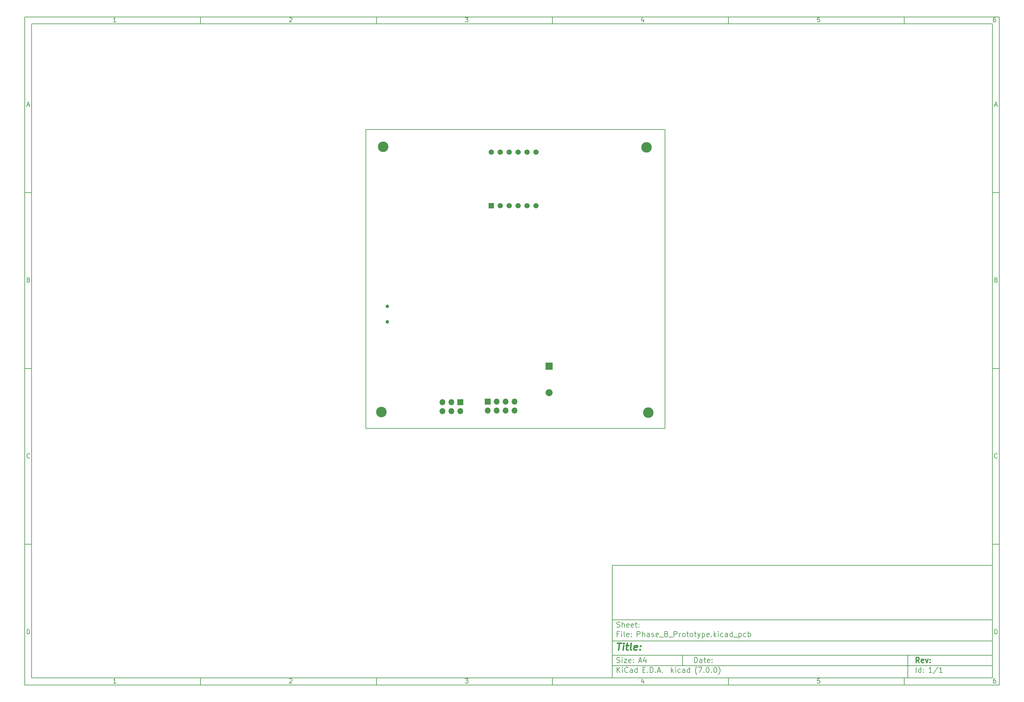
<source format=gbr>
%TF.GenerationSoftware,KiCad,Pcbnew,(7.0.0)*%
%TF.CreationDate,2023-04-24T03:13:22-06:00*%
%TF.ProjectId,Phase_B_Prototype,50686173-655f-4425-9f50-726f746f7479,rev?*%
%TF.SameCoordinates,Original*%
%TF.FileFunction,Soldermask,Bot*%
%TF.FilePolarity,Negative*%
%FSLAX46Y46*%
G04 Gerber Fmt 4.6, Leading zero omitted, Abs format (unit mm)*
G04 Created by KiCad (PCBNEW (7.0.0)) date 2023-04-24 03:13:22*
%MOMM*%
%LPD*%
G01*
G04 APERTURE LIST*
%ADD10C,0.100000*%
%ADD11C,0.150000*%
%ADD12C,0.300000*%
%ADD13C,0.400000*%
%ADD14R,1.700000X1.700000*%
%ADD15O,1.700000X1.700000*%
%ADD16R,2.000000X2.000000*%
%ADD17C,2.000000*%
%ADD18C,1.000000*%
%ADD19C,3.000000*%
%ADD20R,1.500000X1.500000*%
%ADD21C,1.500000*%
%TA.AperFunction,Profile*%
%ADD22C,0.150000*%
%TD*%
G04 APERTURE END LIST*
D10*
D11*
X177002200Y-166007200D02*
X285002200Y-166007200D01*
X285002200Y-198007200D01*
X177002200Y-198007200D01*
X177002200Y-166007200D01*
D10*
D11*
X10000000Y-10000000D02*
X287002200Y-10000000D01*
X287002200Y-200007200D01*
X10000000Y-200007200D01*
X10000000Y-10000000D01*
D10*
D11*
X12000000Y-12000000D02*
X285002200Y-12000000D01*
X285002200Y-198007200D01*
X12000000Y-198007200D01*
X12000000Y-12000000D01*
D10*
D11*
X60000000Y-12000000D02*
X60000000Y-10000000D01*
D10*
D11*
X110000000Y-12000000D02*
X110000000Y-10000000D01*
D10*
D11*
X160000000Y-12000000D02*
X160000000Y-10000000D01*
D10*
D11*
X210000000Y-12000000D02*
X210000000Y-10000000D01*
D10*
D11*
X260000000Y-12000000D02*
X260000000Y-10000000D01*
D10*
D11*
X35990476Y-11477595D02*
X35247619Y-11477595D01*
X35619047Y-11477595D02*
X35619047Y-10177595D01*
X35619047Y-10177595D02*
X35495238Y-10363309D01*
X35495238Y-10363309D02*
X35371428Y-10487119D01*
X35371428Y-10487119D02*
X35247619Y-10549023D01*
D10*
D11*
X85247619Y-10301404D02*
X85309523Y-10239500D01*
X85309523Y-10239500D02*
X85433333Y-10177595D01*
X85433333Y-10177595D02*
X85742857Y-10177595D01*
X85742857Y-10177595D02*
X85866666Y-10239500D01*
X85866666Y-10239500D02*
X85928571Y-10301404D01*
X85928571Y-10301404D02*
X85990476Y-10425214D01*
X85990476Y-10425214D02*
X85990476Y-10549023D01*
X85990476Y-10549023D02*
X85928571Y-10734738D01*
X85928571Y-10734738D02*
X85185714Y-11477595D01*
X85185714Y-11477595D02*
X85990476Y-11477595D01*
D10*
D11*
X135185714Y-10177595D02*
X135990476Y-10177595D01*
X135990476Y-10177595D02*
X135557142Y-10672833D01*
X135557142Y-10672833D02*
X135742857Y-10672833D01*
X135742857Y-10672833D02*
X135866666Y-10734738D01*
X135866666Y-10734738D02*
X135928571Y-10796642D01*
X135928571Y-10796642D02*
X135990476Y-10920452D01*
X135990476Y-10920452D02*
X135990476Y-11229976D01*
X135990476Y-11229976D02*
X135928571Y-11353785D01*
X135928571Y-11353785D02*
X135866666Y-11415690D01*
X135866666Y-11415690D02*
X135742857Y-11477595D01*
X135742857Y-11477595D02*
X135371428Y-11477595D01*
X135371428Y-11477595D02*
X135247619Y-11415690D01*
X135247619Y-11415690D02*
X135185714Y-11353785D01*
D10*
D11*
X185866666Y-10610928D02*
X185866666Y-11477595D01*
X185557142Y-10115690D02*
X185247619Y-11044261D01*
X185247619Y-11044261D02*
X186052380Y-11044261D01*
D10*
D11*
X235928571Y-10177595D02*
X235309523Y-10177595D01*
X235309523Y-10177595D02*
X235247619Y-10796642D01*
X235247619Y-10796642D02*
X235309523Y-10734738D01*
X235309523Y-10734738D02*
X235433333Y-10672833D01*
X235433333Y-10672833D02*
X235742857Y-10672833D01*
X235742857Y-10672833D02*
X235866666Y-10734738D01*
X235866666Y-10734738D02*
X235928571Y-10796642D01*
X235928571Y-10796642D02*
X235990476Y-10920452D01*
X235990476Y-10920452D02*
X235990476Y-11229976D01*
X235990476Y-11229976D02*
X235928571Y-11353785D01*
X235928571Y-11353785D02*
X235866666Y-11415690D01*
X235866666Y-11415690D02*
X235742857Y-11477595D01*
X235742857Y-11477595D02*
X235433333Y-11477595D01*
X235433333Y-11477595D02*
X235309523Y-11415690D01*
X235309523Y-11415690D02*
X235247619Y-11353785D01*
D10*
D11*
X285866666Y-10177595D02*
X285619047Y-10177595D01*
X285619047Y-10177595D02*
X285495238Y-10239500D01*
X285495238Y-10239500D02*
X285433333Y-10301404D01*
X285433333Y-10301404D02*
X285309523Y-10487119D01*
X285309523Y-10487119D02*
X285247619Y-10734738D01*
X285247619Y-10734738D02*
X285247619Y-11229976D01*
X285247619Y-11229976D02*
X285309523Y-11353785D01*
X285309523Y-11353785D02*
X285371428Y-11415690D01*
X285371428Y-11415690D02*
X285495238Y-11477595D01*
X285495238Y-11477595D02*
X285742857Y-11477595D01*
X285742857Y-11477595D02*
X285866666Y-11415690D01*
X285866666Y-11415690D02*
X285928571Y-11353785D01*
X285928571Y-11353785D02*
X285990476Y-11229976D01*
X285990476Y-11229976D02*
X285990476Y-10920452D01*
X285990476Y-10920452D02*
X285928571Y-10796642D01*
X285928571Y-10796642D02*
X285866666Y-10734738D01*
X285866666Y-10734738D02*
X285742857Y-10672833D01*
X285742857Y-10672833D02*
X285495238Y-10672833D01*
X285495238Y-10672833D02*
X285371428Y-10734738D01*
X285371428Y-10734738D02*
X285309523Y-10796642D01*
X285309523Y-10796642D02*
X285247619Y-10920452D01*
D10*
D11*
X60000000Y-198007200D02*
X60000000Y-200007200D01*
D10*
D11*
X110000000Y-198007200D02*
X110000000Y-200007200D01*
D10*
D11*
X160000000Y-198007200D02*
X160000000Y-200007200D01*
D10*
D11*
X210000000Y-198007200D02*
X210000000Y-200007200D01*
D10*
D11*
X260000000Y-198007200D02*
X260000000Y-200007200D01*
D10*
D11*
X35990476Y-199484795D02*
X35247619Y-199484795D01*
X35619047Y-199484795D02*
X35619047Y-198184795D01*
X35619047Y-198184795D02*
X35495238Y-198370509D01*
X35495238Y-198370509D02*
X35371428Y-198494319D01*
X35371428Y-198494319D02*
X35247619Y-198556223D01*
D10*
D11*
X85247619Y-198308604D02*
X85309523Y-198246700D01*
X85309523Y-198246700D02*
X85433333Y-198184795D01*
X85433333Y-198184795D02*
X85742857Y-198184795D01*
X85742857Y-198184795D02*
X85866666Y-198246700D01*
X85866666Y-198246700D02*
X85928571Y-198308604D01*
X85928571Y-198308604D02*
X85990476Y-198432414D01*
X85990476Y-198432414D02*
X85990476Y-198556223D01*
X85990476Y-198556223D02*
X85928571Y-198741938D01*
X85928571Y-198741938D02*
X85185714Y-199484795D01*
X85185714Y-199484795D02*
X85990476Y-199484795D01*
D10*
D11*
X135185714Y-198184795D02*
X135990476Y-198184795D01*
X135990476Y-198184795D02*
X135557142Y-198680033D01*
X135557142Y-198680033D02*
X135742857Y-198680033D01*
X135742857Y-198680033D02*
X135866666Y-198741938D01*
X135866666Y-198741938D02*
X135928571Y-198803842D01*
X135928571Y-198803842D02*
X135990476Y-198927652D01*
X135990476Y-198927652D02*
X135990476Y-199237176D01*
X135990476Y-199237176D02*
X135928571Y-199360985D01*
X135928571Y-199360985D02*
X135866666Y-199422890D01*
X135866666Y-199422890D02*
X135742857Y-199484795D01*
X135742857Y-199484795D02*
X135371428Y-199484795D01*
X135371428Y-199484795D02*
X135247619Y-199422890D01*
X135247619Y-199422890D02*
X135185714Y-199360985D01*
D10*
D11*
X185866666Y-198618128D02*
X185866666Y-199484795D01*
X185557142Y-198122890D02*
X185247619Y-199051461D01*
X185247619Y-199051461D02*
X186052380Y-199051461D01*
D10*
D11*
X235928571Y-198184795D02*
X235309523Y-198184795D01*
X235309523Y-198184795D02*
X235247619Y-198803842D01*
X235247619Y-198803842D02*
X235309523Y-198741938D01*
X235309523Y-198741938D02*
X235433333Y-198680033D01*
X235433333Y-198680033D02*
X235742857Y-198680033D01*
X235742857Y-198680033D02*
X235866666Y-198741938D01*
X235866666Y-198741938D02*
X235928571Y-198803842D01*
X235928571Y-198803842D02*
X235990476Y-198927652D01*
X235990476Y-198927652D02*
X235990476Y-199237176D01*
X235990476Y-199237176D02*
X235928571Y-199360985D01*
X235928571Y-199360985D02*
X235866666Y-199422890D01*
X235866666Y-199422890D02*
X235742857Y-199484795D01*
X235742857Y-199484795D02*
X235433333Y-199484795D01*
X235433333Y-199484795D02*
X235309523Y-199422890D01*
X235309523Y-199422890D02*
X235247619Y-199360985D01*
D10*
D11*
X285866666Y-198184795D02*
X285619047Y-198184795D01*
X285619047Y-198184795D02*
X285495238Y-198246700D01*
X285495238Y-198246700D02*
X285433333Y-198308604D01*
X285433333Y-198308604D02*
X285309523Y-198494319D01*
X285309523Y-198494319D02*
X285247619Y-198741938D01*
X285247619Y-198741938D02*
X285247619Y-199237176D01*
X285247619Y-199237176D02*
X285309523Y-199360985D01*
X285309523Y-199360985D02*
X285371428Y-199422890D01*
X285371428Y-199422890D02*
X285495238Y-199484795D01*
X285495238Y-199484795D02*
X285742857Y-199484795D01*
X285742857Y-199484795D02*
X285866666Y-199422890D01*
X285866666Y-199422890D02*
X285928571Y-199360985D01*
X285928571Y-199360985D02*
X285990476Y-199237176D01*
X285990476Y-199237176D02*
X285990476Y-198927652D01*
X285990476Y-198927652D02*
X285928571Y-198803842D01*
X285928571Y-198803842D02*
X285866666Y-198741938D01*
X285866666Y-198741938D02*
X285742857Y-198680033D01*
X285742857Y-198680033D02*
X285495238Y-198680033D01*
X285495238Y-198680033D02*
X285371428Y-198741938D01*
X285371428Y-198741938D02*
X285309523Y-198803842D01*
X285309523Y-198803842D02*
X285247619Y-198927652D01*
D10*
D11*
X10000000Y-60000000D02*
X12000000Y-60000000D01*
D10*
D11*
X10000000Y-110000000D02*
X12000000Y-110000000D01*
D10*
D11*
X10000000Y-160000000D02*
X12000000Y-160000000D01*
D10*
D11*
X10690476Y-35106166D02*
X11309523Y-35106166D01*
X10566666Y-35477595D02*
X10999999Y-34177595D01*
X10999999Y-34177595D02*
X11433333Y-35477595D01*
D10*
D11*
X11092857Y-84796642D02*
X11278571Y-84858547D01*
X11278571Y-84858547D02*
X11340476Y-84920452D01*
X11340476Y-84920452D02*
X11402380Y-85044261D01*
X11402380Y-85044261D02*
X11402380Y-85229976D01*
X11402380Y-85229976D02*
X11340476Y-85353785D01*
X11340476Y-85353785D02*
X11278571Y-85415690D01*
X11278571Y-85415690D02*
X11154761Y-85477595D01*
X11154761Y-85477595D02*
X10659523Y-85477595D01*
X10659523Y-85477595D02*
X10659523Y-84177595D01*
X10659523Y-84177595D02*
X11092857Y-84177595D01*
X11092857Y-84177595D02*
X11216666Y-84239500D01*
X11216666Y-84239500D02*
X11278571Y-84301404D01*
X11278571Y-84301404D02*
X11340476Y-84425214D01*
X11340476Y-84425214D02*
X11340476Y-84549023D01*
X11340476Y-84549023D02*
X11278571Y-84672833D01*
X11278571Y-84672833D02*
X11216666Y-84734738D01*
X11216666Y-84734738D02*
X11092857Y-84796642D01*
X11092857Y-84796642D02*
X10659523Y-84796642D01*
D10*
D11*
X11402380Y-135353785D02*
X11340476Y-135415690D01*
X11340476Y-135415690D02*
X11154761Y-135477595D01*
X11154761Y-135477595D02*
X11030952Y-135477595D01*
X11030952Y-135477595D02*
X10845238Y-135415690D01*
X10845238Y-135415690D02*
X10721428Y-135291880D01*
X10721428Y-135291880D02*
X10659523Y-135168071D01*
X10659523Y-135168071D02*
X10597619Y-134920452D01*
X10597619Y-134920452D02*
X10597619Y-134734738D01*
X10597619Y-134734738D02*
X10659523Y-134487119D01*
X10659523Y-134487119D02*
X10721428Y-134363309D01*
X10721428Y-134363309D02*
X10845238Y-134239500D01*
X10845238Y-134239500D02*
X11030952Y-134177595D01*
X11030952Y-134177595D02*
X11154761Y-134177595D01*
X11154761Y-134177595D02*
X11340476Y-134239500D01*
X11340476Y-134239500D02*
X11402380Y-134301404D01*
D10*
D11*
X10659523Y-185477595D02*
X10659523Y-184177595D01*
X10659523Y-184177595D02*
X10969047Y-184177595D01*
X10969047Y-184177595D02*
X11154761Y-184239500D01*
X11154761Y-184239500D02*
X11278571Y-184363309D01*
X11278571Y-184363309D02*
X11340476Y-184487119D01*
X11340476Y-184487119D02*
X11402380Y-184734738D01*
X11402380Y-184734738D02*
X11402380Y-184920452D01*
X11402380Y-184920452D02*
X11340476Y-185168071D01*
X11340476Y-185168071D02*
X11278571Y-185291880D01*
X11278571Y-185291880D02*
X11154761Y-185415690D01*
X11154761Y-185415690D02*
X10969047Y-185477595D01*
X10969047Y-185477595D02*
X10659523Y-185477595D01*
D10*
D11*
X287002200Y-60000000D02*
X285002200Y-60000000D01*
D10*
D11*
X287002200Y-110000000D02*
X285002200Y-110000000D01*
D10*
D11*
X287002200Y-160000000D02*
X285002200Y-160000000D01*
D10*
D11*
X285692676Y-35106166D02*
X286311723Y-35106166D01*
X285568866Y-35477595D02*
X286002199Y-34177595D01*
X286002199Y-34177595D02*
X286435533Y-35477595D01*
D10*
D11*
X286095057Y-84796642D02*
X286280771Y-84858547D01*
X286280771Y-84858547D02*
X286342676Y-84920452D01*
X286342676Y-84920452D02*
X286404580Y-85044261D01*
X286404580Y-85044261D02*
X286404580Y-85229976D01*
X286404580Y-85229976D02*
X286342676Y-85353785D01*
X286342676Y-85353785D02*
X286280771Y-85415690D01*
X286280771Y-85415690D02*
X286156961Y-85477595D01*
X286156961Y-85477595D02*
X285661723Y-85477595D01*
X285661723Y-85477595D02*
X285661723Y-84177595D01*
X285661723Y-84177595D02*
X286095057Y-84177595D01*
X286095057Y-84177595D02*
X286218866Y-84239500D01*
X286218866Y-84239500D02*
X286280771Y-84301404D01*
X286280771Y-84301404D02*
X286342676Y-84425214D01*
X286342676Y-84425214D02*
X286342676Y-84549023D01*
X286342676Y-84549023D02*
X286280771Y-84672833D01*
X286280771Y-84672833D02*
X286218866Y-84734738D01*
X286218866Y-84734738D02*
X286095057Y-84796642D01*
X286095057Y-84796642D02*
X285661723Y-84796642D01*
D10*
D11*
X286404580Y-135353785D02*
X286342676Y-135415690D01*
X286342676Y-135415690D02*
X286156961Y-135477595D01*
X286156961Y-135477595D02*
X286033152Y-135477595D01*
X286033152Y-135477595D02*
X285847438Y-135415690D01*
X285847438Y-135415690D02*
X285723628Y-135291880D01*
X285723628Y-135291880D02*
X285661723Y-135168071D01*
X285661723Y-135168071D02*
X285599819Y-134920452D01*
X285599819Y-134920452D02*
X285599819Y-134734738D01*
X285599819Y-134734738D02*
X285661723Y-134487119D01*
X285661723Y-134487119D02*
X285723628Y-134363309D01*
X285723628Y-134363309D02*
X285847438Y-134239500D01*
X285847438Y-134239500D02*
X286033152Y-134177595D01*
X286033152Y-134177595D02*
X286156961Y-134177595D01*
X286156961Y-134177595D02*
X286342676Y-134239500D01*
X286342676Y-134239500D02*
X286404580Y-134301404D01*
D10*
D11*
X285661723Y-185477595D02*
X285661723Y-184177595D01*
X285661723Y-184177595D02*
X285971247Y-184177595D01*
X285971247Y-184177595D02*
X286156961Y-184239500D01*
X286156961Y-184239500D02*
X286280771Y-184363309D01*
X286280771Y-184363309D02*
X286342676Y-184487119D01*
X286342676Y-184487119D02*
X286404580Y-184734738D01*
X286404580Y-184734738D02*
X286404580Y-184920452D01*
X286404580Y-184920452D02*
X286342676Y-185168071D01*
X286342676Y-185168071D02*
X286280771Y-185291880D01*
X286280771Y-185291880D02*
X286156961Y-185415690D01*
X286156961Y-185415690D02*
X285971247Y-185477595D01*
X285971247Y-185477595D02*
X285661723Y-185477595D01*
D10*
D11*
X200359342Y-193658271D02*
X200359342Y-192158271D01*
X200359342Y-192158271D02*
X200716485Y-192158271D01*
X200716485Y-192158271D02*
X200930771Y-192229700D01*
X200930771Y-192229700D02*
X201073628Y-192372557D01*
X201073628Y-192372557D02*
X201145057Y-192515414D01*
X201145057Y-192515414D02*
X201216485Y-192801128D01*
X201216485Y-192801128D02*
X201216485Y-193015414D01*
X201216485Y-193015414D02*
X201145057Y-193301128D01*
X201145057Y-193301128D02*
X201073628Y-193443985D01*
X201073628Y-193443985D02*
X200930771Y-193586842D01*
X200930771Y-193586842D02*
X200716485Y-193658271D01*
X200716485Y-193658271D02*
X200359342Y-193658271D01*
X202502200Y-193658271D02*
X202502200Y-192872557D01*
X202502200Y-192872557D02*
X202430771Y-192729700D01*
X202430771Y-192729700D02*
X202287914Y-192658271D01*
X202287914Y-192658271D02*
X202002200Y-192658271D01*
X202002200Y-192658271D02*
X201859342Y-192729700D01*
X202502200Y-193586842D02*
X202359342Y-193658271D01*
X202359342Y-193658271D02*
X202002200Y-193658271D01*
X202002200Y-193658271D02*
X201859342Y-193586842D01*
X201859342Y-193586842D02*
X201787914Y-193443985D01*
X201787914Y-193443985D02*
X201787914Y-193301128D01*
X201787914Y-193301128D02*
X201859342Y-193158271D01*
X201859342Y-193158271D02*
X202002200Y-193086842D01*
X202002200Y-193086842D02*
X202359342Y-193086842D01*
X202359342Y-193086842D02*
X202502200Y-193015414D01*
X203002200Y-192658271D02*
X203573628Y-192658271D01*
X203216485Y-192158271D02*
X203216485Y-193443985D01*
X203216485Y-193443985D02*
X203287914Y-193586842D01*
X203287914Y-193586842D02*
X203430771Y-193658271D01*
X203430771Y-193658271D02*
X203573628Y-193658271D01*
X204645057Y-193586842D02*
X204502200Y-193658271D01*
X204502200Y-193658271D02*
X204216486Y-193658271D01*
X204216486Y-193658271D02*
X204073628Y-193586842D01*
X204073628Y-193586842D02*
X204002200Y-193443985D01*
X204002200Y-193443985D02*
X204002200Y-192872557D01*
X204002200Y-192872557D02*
X204073628Y-192729700D01*
X204073628Y-192729700D02*
X204216486Y-192658271D01*
X204216486Y-192658271D02*
X204502200Y-192658271D01*
X204502200Y-192658271D02*
X204645057Y-192729700D01*
X204645057Y-192729700D02*
X204716486Y-192872557D01*
X204716486Y-192872557D02*
X204716486Y-193015414D01*
X204716486Y-193015414D02*
X204002200Y-193158271D01*
X205359342Y-193515414D02*
X205430771Y-193586842D01*
X205430771Y-193586842D02*
X205359342Y-193658271D01*
X205359342Y-193658271D02*
X205287914Y-193586842D01*
X205287914Y-193586842D02*
X205359342Y-193515414D01*
X205359342Y-193515414D02*
X205359342Y-193658271D01*
X205359342Y-192729700D02*
X205430771Y-192801128D01*
X205430771Y-192801128D02*
X205359342Y-192872557D01*
X205359342Y-192872557D02*
X205287914Y-192801128D01*
X205287914Y-192801128D02*
X205359342Y-192729700D01*
X205359342Y-192729700D02*
X205359342Y-192872557D01*
D10*
D11*
X177002200Y-194507200D02*
X285002200Y-194507200D01*
D10*
D11*
X178359342Y-196458271D02*
X178359342Y-194958271D01*
X179216485Y-196458271D02*
X178573628Y-195601128D01*
X179216485Y-194958271D02*
X178359342Y-195815414D01*
X179859342Y-196458271D02*
X179859342Y-195458271D01*
X179859342Y-194958271D02*
X179787914Y-195029700D01*
X179787914Y-195029700D02*
X179859342Y-195101128D01*
X179859342Y-195101128D02*
X179930771Y-195029700D01*
X179930771Y-195029700D02*
X179859342Y-194958271D01*
X179859342Y-194958271D02*
X179859342Y-195101128D01*
X181430771Y-196315414D02*
X181359343Y-196386842D01*
X181359343Y-196386842D02*
X181145057Y-196458271D01*
X181145057Y-196458271D02*
X181002200Y-196458271D01*
X181002200Y-196458271D02*
X180787914Y-196386842D01*
X180787914Y-196386842D02*
X180645057Y-196243985D01*
X180645057Y-196243985D02*
X180573628Y-196101128D01*
X180573628Y-196101128D02*
X180502200Y-195815414D01*
X180502200Y-195815414D02*
X180502200Y-195601128D01*
X180502200Y-195601128D02*
X180573628Y-195315414D01*
X180573628Y-195315414D02*
X180645057Y-195172557D01*
X180645057Y-195172557D02*
X180787914Y-195029700D01*
X180787914Y-195029700D02*
X181002200Y-194958271D01*
X181002200Y-194958271D02*
X181145057Y-194958271D01*
X181145057Y-194958271D02*
X181359343Y-195029700D01*
X181359343Y-195029700D02*
X181430771Y-195101128D01*
X182716486Y-196458271D02*
X182716486Y-195672557D01*
X182716486Y-195672557D02*
X182645057Y-195529700D01*
X182645057Y-195529700D02*
X182502200Y-195458271D01*
X182502200Y-195458271D02*
X182216486Y-195458271D01*
X182216486Y-195458271D02*
X182073628Y-195529700D01*
X182716486Y-196386842D02*
X182573628Y-196458271D01*
X182573628Y-196458271D02*
X182216486Y-196458271D01*
X182216486Y-196458271D02*
X182073628Y-196386842D01*
X182073628Y-196386842D02*
X182002200Y-196243985D01*
X182002200Y-196243985D02*
X182002200Y-196101128D01*
X182002200Y-196101128D02*
X182073628Y-195958271D01*
X182073628Y-195958271D02*
X182216486Y-195886842D01*
X182216486Y-195886842D02*
X182573628Y-195886842D01*
X182573628Y-195886842D02*
X182716486Y-195815414D01*
X184073629Y-196458271D02*
X184073629Y-194958271D01*
X184073629Y-196386842D02*
X183930771Y-196458271D01*
X183930771Y-196458271D02*
X183645057Y-196458271D01*
X183645057Y-196458271D02*
X183502200Y-196386842D01*
X183502200Y-196386842D02*
X183430771Y-196315414D01*
X183430771Y-196315414D02*
X183359343Y-196172557D01*
X183359343Y-196172557D02*
X183359343Y-195743985D01*
X183359343Y-195743985D02*
X183430771Y-195601128D01*
X183430771Y-195601128D02*
X183502200Y-195529700D01*
X183502200Y-195529700D02*
X183645057Y-195458271D01*
X183645057Y-195458271D02*
X183930771Y-195458271D01*
X183930771Y-195458271D02*
X184073629Y-195529700D01*
X185687914Y-195672557D02*
X186187914Y-195672557D01*
X186402200Y-196458271D02*
X185687914Y-196458271D01*
X185687914Y-196458271D02*
X185687914Y-194958271D01*
X185687914Y-194958271D02*
X186402200Y-194958271D01*
X187045057Y-196315414D02*
X187116486Y-196386842D01*
X187116486Y-196386842D02*
X187045057Y-196458271D01*
X187045057Y-196458271D02*
X186973629Y-196386842D01*
X186973629Y-196386842D02*
X187045057Y-196315414D01*
X187045057Y-196315414D02*
X187045057Y-196458271D01*
X187759343Y-196458271D02*
X187759343Y-194958271D01*
X187759343Y-194958271D02*
X188116486Y-194958271D01*
X188116486Y-194958271D02*
X188330772Y-195029700D01*
X188330772Y-195029700D02*
X188473629Y-195172557D01*
X188473629Y-195172557D02*
X188545058Y-195315414D01*
X188545058Y-195315414D02*
X188616486Y-195601128D01*
X188616486Y-195601128D02*
X188616486Y-195815414D01*
X188616486Y-195815414D02*
X188545058Y-196101128D01*
X188545058Y-196101128D02*
X188473629Y-196243985D01*
X188473629Y-196243985D02*
X188330772Y-196386842D01*
X188330772Y-196386842D02*
X188116486Y-196458271D01*
X188116486Y-196458271D02*
X187759343Y-196458271D01*
X189259343Y-196315414D02*
X189330772Y-196386842D01*
X189330772Y-196386842D02*
X189259343Y-196458271D01*
X189259343Y-196458271D02*
X189187915Y-196386842D01*
X189187915Y-196386842D02*
X189259343Y-196315414D01*
X189259343Y-196315414D02*
X189259343Y-196458271D01*
X189902201Y-196029700D02*
X190616487Y-196029700D01*
X189759344Y-196458271D02*
X190259344Y-194958271D01*
X190259344Y-194958271D02*
X190759344Y-196458271D01*
X191259343Y-196315414D02*
X191330772Y-196386842D01*
X191330772Y-196386842D02*
X191259343Y-196458271D01*
X191259343Y-196458271D02*
X191187915Y-196386842D01*
X191187915Y-196386842D02*
X191259343Y-196315414D01*
X191259343Y-196315414D02*
X191259343Y-196458271D01*
X193773629Y-196458271D02*
X193773629Y-194958271D01*
X193916487Y-195886842D02*
X194345058Y-196458271D01*
X194345058Y-195458271D02*
X193773629Y-196029700D01*
X194987915Y-196458271D02*
X194987915Y-195458271D01*
X194987915Y-194958271D02*
X194916487Y-195029700D01*
X194916487Y-195029700D02*
X194987915Y-195101128D01*
X194987915Y-195101128D02*
X195059344Y-195029700D01*
X195059344Y-195029700D02*
X194987915Y-194958271D01*
X194987915Y-194958271D02*
X194987915Y-195101128D01*
X196345059Y-196386842D02*
X196202201Y-196458271D01*
X196202201Y-196458271D02*
X195916487Y-196458271D01*
X195916487Y-196458271D02*
X195773630Y-196386842D01*
X195773630Y-196386842D02*
X195702201Y-196315414D01*
X195702201Y-196315414D02*
X195630773Y-196172557D01*
X195630773Y-196172557D02*
X195630773Y-195743985D01*
X195630773Y-195743985D02*
X195702201Y-195601128D01*
X195702201Y-195601128D02*
X195773630Y-195529700D01*
X195773630Y-195529700D02*
X195916487Y-195458271D01*
X195916487Y-195458271D02*
X196202201Y-195458271D01*
X196202201Y-195458271D02*
X196345059Y-195529700D01*
X197630773Y-196458271D02*
X197630773Y-195672557D01*
X197630773Y-195672557D02*
X197559344Y-195529700D01*
X197559344Y-195529700D02*
X197416487Y-195458271D01*
X197416487Y-195458271D02*
X197130773Y-195458271D01*
X197130773Y-195458271D02*
X196987915Y-195529700D01*
X197630773Y-196386842D02*
X197487915Y-196458271D01*
X197487915Y-196458271D02*
X197130773Y-196458271D01*
X197130773Y-196458271D02*
X196987915Y-196386842D01*
X196987915Y-196386842D02*
X196916487Y-196243985D01*
X196916487Y-196243985D02*
X196916487Y-196101128D01*
X196916487Y-196101128D02*
X196987915Y-195958271D01*
X196987915Y-195958271D02*
X197130773Y-195886842D01*
X197130773Y-195886842D02*
X197487915Y-195886842D01*
X197487915Y-195886842D02*
X197630773Y-195815414D01*
X198987916Y-196458271D02*
X198987916Y-194958271D01*
X198987916Y-196386842D02*
X198845058Y-196458271D01*
X198845058Y-196458271D02*
X198559344Y-196458271D01*
X198559344Y-196458271D02*
X198416487Y-196386842D01*
X198416487Y-196386842D02*
X198345058Y-196315414D01*
X198345058Y-196315414D02*
X198273630Y-196172557D01*
X198273630Y-196172557D02*
X198273630Y-195743985D01*
X198273630Y-195743985D02*
X198345058Y-195601128D01*
X198345058Y-195601128D02*
X198416487Y-195529700D01*
X198416487Y-195529700D02*
X198559344Y-195458271D01*
X198559344Y-195458271D02*
X198845058Y-195458271D01*
X198845058Y-195458271D02*
X198987916Y-195529700D01*
X201030773Y-197029700D02*
X200959344Y-196958271D01*
X200959344Y-196958271D02*
X200816487Y-196743985D01*
X200816487Y-196743985D02*
X200745059Y-196601128D01*
X200745059Y-196601128D02*
X200673630Y-196386842D01*
X200673630Y-196386842D02*
X200602201Y-196029700D01*
X200602201Y-196029700D02*
X200602201Y-195743985D01*
X200602201Y-195743985D02*
X200673630Y-195386842D01*
X200673630Y-195386842D02*
X200745059Y-195172557D01*
X200745059Y-195172557D02*
X200816487Y-195029700D01*
X200816487Y-195029700D02*
X200959344Y-194815414D01*
X200959344Y-194815414D02*
X201030773Y-194743985D01*
X201459344Y-194958271D02*
X202459344Y-194958271D01*
X202459344Y-194958271D02*
X201816487Y-196458271D01*
X203030772Y-196315414D02*
X203102201Y-196386842D01*
X203102201Y-196386842D02*
X203030772Y-196458271D01*
X203030772Y-196458271D02*
X202959344Y-196386842D01*
X202959344Y-196386842D02*
X203030772Y-196315414D01*
X203030772Y-196315414D02*
X203030772Y-196458271D01*
X204030773Y-194958271D02*
X204173630Y-194958271D01*
X204173630Y-194958271D02*
X204316487Y-195029700D01*
X204316487Y-195029700D02*
X204387916Y-195101128D01*
X204387916Y-195101128D02*
X204459344Y-195243985D01*
X204459344Y-195243985D02*
X204530773Y-195529700D01*
X204530773Y-195529700D02*
X204530773Y-195886842D01*
X204530773Y-195886842D02*
X204459344Y-196172557D01*
X204459344Y-196172557D02*
X204387916Y-196315414D01*
X204387916Y-196315414D02*
X204316487Y-196386842D01*
X204316487Y-196386842D02*
X204173630Y-196458271D01*
X204173630Y-196458271D02*
X204030773Y-196458271D01*
X204030773Y-196458271D02*
X203887916Y-196386842D01*
X203887916Y-196386842D02*
X203816487Y-196315414D01*
X203816487Y-196315414D02*
X203745058Y-196172557D01*
X203745058Y-196172557D02*
X203673630Y-195886842D01*
X203673630Y-195886842D02*
X203673630Y-195529700D01*
X203673630Y-195529700D02*
X203745058Y-195243985D01*
X203745058Y-195243985D02*
X203816487Y-195101128D01*
X203816487Y-195101128D02*
X203887916Y-195029700D01*
X203887916Y-195029700D02*
X204030773Y-194958271D01*
X205173629Y-196315414D02*
X205245058Y-196386842D01*
X205245058Y-196386842D02*
X205173629Y-196458271D01*
X205173629Y-196458271D02*
X205102201Y-196386842D01*
X205102201Y-196386842D02*
X205173629Y-196315414D01*
X205173629Y-196315414D02*
X205173629Y-196458271D01*
X206173630Y-194958271D02*
X206316487Y-194958271D01*
X206316487Y-194958271D02*
X206459344Y-195029700D01*
X206459344Y-195029700D02*
X206530773Y-195101128D01*
X206530773Y-195101128D02*
X206602201Y-195243985D01*
X206602201Y-195243985D02*
X206673630Y-195529700D01*
X206673630Y-195529700D02*
X206673630Y-195886842D01*
X206673630Y-195886842D02*
X206602201Y-196172557D01*
X206602201Y-196172557D02*
X206530773Y-196315414D01*
X206530773Y-196315414D02*
X206459344Y-196386842D01*
X206459344Y-196386842D02*
X206316487Y-196458271D01*
X206316487Y-196458271D02*
X206173630Y-196458271D01*
X206173630Y-196458271D02*
X206030773Y-196386842D01*
X206030773Y-196386842D02*
X205959344Y-196315414D01*
X205959344Y-196315414D02*
X205887915Y-196172557D01*
X205887915Y-196172557D02*
X205816487Y-195886842D01*
X205816487Y-195886842D02*
X205816487Y-195529700D01*
X205816487Y-195529700D02*
X205887915Y-195243985D01*
X205887915Y-195243985D02*
X205959344Y-195101128D01*
X205959344Y-195101128D02*
X206030773Y-195029700D01*
X206030773Y-195029700D02*
X206173630Y-194958271D01*
X207173629Y-197029700D02*
X207245058Y-196958271D01*
X207245058Y-196958271D02*
X207387915Y-196743985D01*
X207387915Y-196743985D02*
X207459344Y-196601128D01*
X207459344Y-196601128D02*
X207530772Y-196386842D01*
X207530772Y-196386842D02*
X207602201Y-196029700D01*
X207602201Y-196029700D02*
X207602201Y-195743985D01*
X207602201Y-195743985D02*
X207530772Y-195386842D01*
X207530772Y-195386842D02*
X207459344Y-195172557D01*
X207459344Y-195172557D02*
X207387915Y-195029700D01*
X207387915Y-195029700D02*
X207245058Y-194815414D01*
X207245058Y-194815414D02*
X207173629Y-194743985D01*
D10*
D11*
X177002200Y-191507200D02*
X285002200Y-191507200D01*
D10*
D12*
X264216485Y-193658271D02*
X263716485Y-192943985D01*
X263359342Y-193658271D02*
X263359342Y-192158271D01*
X263359342Y-192158271D02*
X263930771Y-192158271D01*
X263930771Y-192158271D02*
X264073628Y-192229700D01*
X264073628Y-192229700D02*
X264145057Y-192301128D01*
X264145057Y-192301128D02*
X264216485Y-192443985D01*
X264216485Y-192443985D02*
X264216485Y-192658271D01*
X264216485Y-192658271D02*
X264145057Y-192801128D01*
X264145057Y-192801128D02*
X264073628Y-192872557D01*
X264073628Y-192872557D02*
X263930771Y-192943985D01*
X263930771Y-192943985D02*
X263359342Y-192943985D01*
X265430771Y-193586842D02*
X265287914Y-193658271D01*
X265287914Y-193658271D02*
X265002200Y-193658271D01*
X265002200Y-193658271D02*
X264859342Y-193586842D01*
X264859342Y-193586842D02*
X264787914Y-193443985D01*
X264787914Y-193443985D02*
X264787914Y-192872557D01*
X264787914Y-192872557D02*
X264859342Y-192729700D01*
X264859342Y-192729700D02*
X265002200Y-192658271D01*
X265002200Y-192658271D02*
X265287914Y-192658271D01*
X265287914Y-192658271D02*
X265430771Y-192729700D01*
X265430771Y-192729700D02*
X265502200Y-192872557D01*
X265502200Y-192872557D02*
X265502200Y-193015414D01*
X265502200Y-193015414D02*
X264787914Y-193158271D01*
X266002199Y-192658271D02*
X266359342Y-193658271D01*
X266359342Y-193658271D02*
X266716485Y-192658271D01*
X267287913Y-193515414D02*
X267359342Y-193586842D01*
X267359342Y-193586842D02*
X267287913Y-193658271D01*
X267287913Y-193658271D02*
X267216485Y-193586842D01*
X267216485Y-193586842D02*
X267287913Y-193515414D01*
X267287913Y-193515414D02*
X267287913Y-193658271D01*
X267287913Y-192729700D02*
X267359342Y-192801128D01*
X267359342Y-192801128D02*
X267287913Y-192872557D01*
X267287913Y-192872557D02*
X267216485Y-192801128D01*
X267216485Y-192801128D02*
X267287913Y-192729700D01*
X267287913Y-192729700D02*
X267287913Y-192872557D01*
D10*
D11*
X178287914Y-193586842D02*
X178502200Y-193658271D01*
X178502200Y-193658271D02*
X178859342Y-193658271D01*
X178859342Y-193658271D02*
X179002200Y-193586842D01*
X179002200Y-193586842D02*
X179073628Y-193515414D01*
X179073628Y-193515414D02*
X179145057Y-193372557D01*
X179145057Y-193372557D02*
X179145057Y-193229700D01*
X179145057Y-193229700D02*
X179073628Y-193086842D01*
X179073628Y-193086842D02*
X179002200Y-193015414D01*
X179002200Y-193015414D02*
X178859342Y-192943985D01*
X178859342Y-192943985D02*
X178573628Y-192872557D01*
X178573628Y-192872557D02*
X178430771Y-192801128D01*
X178430771Y-192801128D02*
X178359342Y-192729700D01*
X178359342Y-192729700D02*
X178287914Y-192586842D01*
X178287914Y-192586842D02*
X178287914Y-192443985D01*
X178287914Y-192443985D02*
X178359342Y-192301128D01*
X178359342Y-192301128D02*
X178430771Y-192229700D01*
X178430771Y-192229700D02*
X178573628Y-192158271D01*
X178573628Y-192158271D02*
X178930771Y-192158271D01*
X178930771Y-192158271D02*
X179145057Y-192229700D01*
X179787913Y-193658271D02*
X179787913Y-192658271D01*
X179787913Y-192158271D02*
X179716485Y-192229700D01*
X179716485Y-192229700D02*
X179787913Y-192301128D01*
X179787913Y-192301128D02*
X179859342Y-192229700D01*
X179859342Y-192229700D02*
X179787913Y-192158271D01*
X179787913Y-192158271D02*
X179787913Y-192301128D01*
X180359342Y-192658271D02*
X181145057Y-192658271D01*
X181145057Y-192658271D02*
X180359342Y-193658271D01*
X180359342Y-193658271D02*
X181145057Y-193658271D01*
X182287914Y-193586842D02*
X182145057Y-193658271D01*
X182145057Y-193658271D02*
X181859343Y-193658271D01*
X181859343Y-193658271D02*
X181716485Y-193586842D01*
X181716485Y-193586842D02*
X181645057Y-193443985D01*
X181645057Y-193443985D02*
X181645057Y-192872557D01*
X181645057Y-192872557D02*
X181716485Y-192729700D01*
X181716485Y-192729700D02*
X181859343Y-192658271D01*
X181859343Y-192658271D02*
X182145057Y-192658271D01*
X182145057Y-192658271D02*
X182287914Y-192729700D01*
X182287914Y-192729700D02*
X182359343Y-192872557D01*
X182359343Y-192872557D02*
X182359343Y-193015414D01*
X182359343Y-193015414D02*
X181645057Y-193158271D01*
X183002199Y-193515414D02*
X183073628Y-193586842D01*
X183073628Y-193586842D02*
X183002199Y-193658271D01*
X183002199Y-193658271D02*
X182930771Y-193586842D01*
X182930771Y-193586842D02*
X183002199Y-193515414D01*
X183002199Y-193515414D02*
X183002199Y-193658271D01*
X183002199Y-192729700D02*
X183073628Y-192801128D01*
X183073628Y-192801128D02*
X183002199Y-192872557D01*
X183002199Y-192872557D02*
X182930771Y-192801128D01*
X182930771Y-192801128D02*
X183002199Y-192729700D01*
X183002199Y-192729700D02*
X183002199Y-192872557D01*
X184545057Y-193229700D02*
X185259343Y-193229700D01*
X184402200Y-193658271D02*
X184902200Y-192158271D01*
X184902200Y-192158271D02*
X185402200Y-193658271D01*
X186545057Y-192658271D02*
X186545057Y-193658271D01*
X186187914Y-192086842D02*
X185830771Y-193158271D01*
X185830771Y-193158271D02*
X186759342Y-193158271D01*
D10*
D11*
X263359342Y-196458271D02*
X263359342Y-194958271D01*
X264716486Y-196458271D02*
X264716486Y-194958271D01*
X264716486Y-196386842D02*
X264573628Y-196458271D01*
X264573628Y-196458271D02*
X264287914Y-196458271D01*
X264287914Y-196458271D02*
X264145057Y-196386842D01*
X264145057Y-196386842D02*
X264073628Y-196315414D01*
X264073628Y-196315414D02*
X264002200Y-196172557D01*
X264002200Y-196172557D02*
X264002200Y-195743985D01*
X264002200Y-195743985D02*
X264073628Y-195601128D01*
X264073628Y-195601128D02*
X264145057Y-195529700D01*
X264145057Y-195529700D02*
X264287914Y-195458271D01*
X264287914Y-195458271D02*
X264573628Y-195458271D01*
X264573628Y-195458271D02*
X264716486Y-195529700D01*
X265430771Y-196315414D02*
X265502200Y-196386842D01*
X265502200Y-196386842D02*
X265430771Y-196458271D01*
X265430771Y-196458271D02*
X265359343Y-196386842D01*
X265359343Y-196386842D02*
X265430771Y-196315414D01*
X265430771Y-196315414D02*
X265430771Y-196458271D01*
X265430771Y-195529700D02*
X265502200Y-195601128D01*
X265502200Y-195601128D02*
X265430771Y-195672557D01*
X265430771Y-195672557D02*
X265359343Y-195601128D01*
X265359343Y-195601128D02*
X265430771Y-195529700D01*
X265430771Y-195529700D02*
X265430771Y-195672557D01*
X267830772Y-196458271D02*
X266973629Y-196458271D01*
X267402200Y-196458271D02*
X267402200Y-194958271D01*
X267402200Y-194958271D02*
X267259343Y-195172557D01*
X267259343Y-195172557D02*
X267116486Y-195315414D01*
X267116486Y-195315414D02*
X266973629Y-195386842D01*
X269545057Y-194886842D02*
X268259343Y-196815414D01*
X270830772Y-196458271D02*
X269973629Y-196458271D01*
X270402200Y-196458271D02*
X270402200Y-194958271D01*
X270402200Y-194958271D02*
X270259343Y-195172557D01*
X270259343Y-195172557D02*
X270116486Y-195315414D01*
X270116486Y-195315414D02*
X269973629Y-195386842D01*
D10*
D11*
X177002200Y-187507200D02*
X285002200Y-187507200D01*
D10*
D13*
X178454580Y-188041961D02*
X179597438Y-188041961D01*
X178776009Y-190041961D02*
X179026009Y-188041961D01*
X180014105Y-190041961D02*
X180180771Y-188708628D01*
X180264105Y-188041961D02*
X180156962Y-188137200D01*
X180156962Y-188137200D02*
X180240295Y-188232438D01*
X180240295Y-188232438D02*
X180347438Y-188137200D01*
X180347438Y-188137200D02*
X180264105Y-188041961D01*
X180264105Y-188041961D02*
X180240295Y-188232438D01*
X180847438Y-188708628D02*
X181609343Y-188708628D01*
X181216486Y-188041961D02*
X181002200Y-189756247D01*
X181002200Y-189756247D02*
X181073629Y-189946723D01*
X181073629Y-189946723D02*
X181252200Y-190041961D01*
X181252200Y-190041961D02*
X181442676Y-190041961D01*
X182395057Y-190041961D02*
X182216486Y-189946723D01*
X182216486Y-189946723D02*
X182145057Y-189756247D01*
X182145057Y-189756247D02*
X182359343Y-188041961D01*
X183930771Y-189946723D02*
X183728390Y-190041961D01*
X183728390Y-190041961D02*
X183347438Y-190041961D01*
X183347438Y-190041961D02*
X183168867Y-189946723D01*
X183168867Y-189946723D02*
X183097438Y-189756247D01*
X183097438Y-189756247D02*
X183192676Y-188994342D01*
X183192676Y-188994342D02*
X183311724Y-188803866D01*
X183311724Y-188803866D02*
X183514105Y-188708628D01*
X183514105Y-188708628D02*
X183895057Y-188708628D01*
X183895057Y-188708628D02*
X184073628Y-188803866D01*
X184073628Y-188803866D02*
X184145057Y-188994342D01*
X184145057Y-188994342D02*
X184121247Y-189184819D01*
X184121247Y-189184819D02*
X183145057Y-189375295D01*
X184895057Y-189851485D02*
X184978391Y-189946723D01*
X184978391Y-189946723D02*
X184871248Y-190041961D01*
X184871248Y-190041961D02*
X184787914Y-189946723D01*
X184787914Y-189946723D02*
X184895057Y-189851485D01*
X184895057Y-189851485D02*
X184871248Y-190041961D01*
X185026010Y-188803866D02*
X185109343Y-188899104D01*
X185109343Y-188899104D02*
X185002200Y-188994342D01*
X185002200Y-188994342D02*
X184918867Y-188899104D01*
X184918867Y-188899104D02*
X185026010Y-188803866D01*
X185026010Y-188803866D02*
X185002200Y-188994342D01*
D10*
D11*
X178859342Y-185472557D02*
X178359342Y-185472557D01*
X178359342Y-186258271D02*
X178359342Y-184758271D01*
X178359342Y-184758271D02*
X179073628Y-184758271D01*
X179645056Y-186258271D02*
X179645056Y-185258271D01*
X179645056Y-184758271D02*
X179573628Y-184829700D01*
X179573628Y-184829700D02*
X179645056Y-184901128D01*
X179645056Y-184901128D02*
X179716485Y-184829700D01*
X179716485Y-184829700D02*
X179645056Y-184758271D01*
X179645056Y-184758271D02*
X179645056Y-184901128D01*
X180573628Y-186258271D02*
X180430771Y-186186842D01*
X180430771Y-186186842D02*
X180359342Y-186043985D01*
X180359342Y-186043985D02*
X180359342Y-184758271D01*
X181716485Y-186186842D02*
X181573628Y-186258271D01*
X181573628Y-186258271D02*
X181287914Y-186258271D01*
X181287914Y-186258271D02*
X181145056Y-186186842D01*
X181145056Y-186186842D02*
X181073628Y-186043985D01*
X181073628Y-186043985D02*
X181073628Y-185472557D01*
X181073628Y-185472557D02*
X181145056Y-185329700D01*
X181145056Y-185329700D02*
X181287914Y-185258271D01*
X181287914Y-185258271D02*
X181573628Y-185258271D01*
X181573628Y-185258271D02*
X181716485Y-185329700D01*
X181716485Y-185329700D02*
X181787914Y-185472557D01*
X181787914Y-185472557D02*
X181787914Y-185615414D01*
X181787914Y-185615414D02*
X181073628Y-185758271D01*
X182430770Y-186115414D02*
X182502199Y-186186842D01*
X182502199Y-186186842D02*
X182430770Y-186258271D01*
X182430770Y-186258271D02*
X182359342Y-186186842D01*
X182359342Y-186186842D02*
X182430770Y-186115414D01*
X182430770Y-186115414D02*
X182430770Y-186258271D01*
X182430770Y-185329700D02*
X182502199Y-185401128D01*
X182502199Y-185401128D02*
X182430770Y-185472557D01*
X182430770Y-185472557D02*
X182359342Y-185401128D01*
X182359342Y-185401128D02*
X182430770Y-185329700D01*
X182430770Y-185329700D02*
X182430770Y-185472557D01*
X184045056Y-186258271D02*
X184045056Y-184758271D01*
X184045056Y-184758271D02*
X184616485Y-184758271D01*
X184616485Y-184758271D02*
X184759342Y-184829700D01*
X184759342Y-184829700D02*
X184830771Y-184901128D01*
X184830771Y-184901128D02*
X184902199Y-185043985D01*
X184902199Y-185043985D02*
X184902199Y-185258271D01*
X184902199Y-185258271D02*
X184830771Y-185401128D01*
X184830771Y-185401128D02*
X184759342Y-185472557D01*
X184759342Y-185472557D02*
X184616485Y-185543985D01*
X184616485Y-185543985D02*
X184045056Y-185543985D01*
X185545056Y-186258271D02*
X185545056Y-184758271D01*
X186187914Y-186258271D02*
X186187914Y-185472557D01*
X186187914Y-185472557D02*
X186116485Y-185329700D01*
X186116485Y-185329700D02*
X185973628Y-185258271D01*
X185973628Y-185258271D02*
X185759342Y-185258271D01*
X185759342Y-185258271D02*
X185616485Y-185329700D01*
X185616485Y-185329700D02*
X185545056Y-185401128D01*
X187545057Y-186258271D02*
X187545057Y-185472557D01*
X187545057Y-185472557D02*
X187473628Y-185329700D01*
X187473628Y-185329700D02*
X187330771Y-185258271D01*
X187330771Y-185258271D02*
X187045057Y-185258271D01*
X187045057Y-185258271D02*
X186902199Y-185329700D01*
X187545057Y-186186842D02*
X187402199Y-186258271D01*
X187402199Y-186258271D02*
X187045057Y-186258271D01*
X187045057Y-186258271D02*
X186902199Y-186186842D01*
X186902199Y-186186842D02*
X186830771Y-186043985D01*
X186830771Y-186043985D02*
X186830771Y-185901128D01*
X186830771Y-185901128D02*
X186902199Y-185758271D01*
X186902199Y-185758271D02*
X187045057Y-185686842D01*
X187045057Y-185686842D02*
X187402199Y-185686842D01*
X187402199Y-185686842D02*
X187545057Y-185615414D01*
X188187914Y-186186842D02*
X188330771Y-186258271D01*
X188330771Y-186258271D02*
X188616485Y-186258271D01*
X188616485Y-186258271D02*
X188759342Y-186186842D01*
X188759342Y-186186842D02*
X188830771Y-186043985D01*
X188830771Y-186043985D02*
X188830771Y-185972557D01*
X188830771Y-185972557D02*
X188759342Y-185829700D01*
X188759342Y-185829700D02*
X188616485Y-185758271D01*
X188616485Y-185758271D02*
X188402200Y-185758271D01*
X188402200Y-185758271D02*
X188259342Y-185686842D01*
X188259342Y-185686842D02*
X188187914Y-185543985D01*
X188187914Y-185543985D02*
X188187914Y-185472557D01*
X188187914Y-185472557D02*
X188259342Y-185329700D01*
X188259342Y-185329700D02*
X188402200Y-185258271D01*
X188402200Y-185258271D02*
X188616485Y-185258271D01*
X188616485Y-185258271D02*
X188759342Y-185329700D01*
X190045057Y-186186842D02*
X189902200Y-186258271D01*
X189902200Y-186258271D02*
X189616486Y-186258271D01*
X189616486Y-186258271D02*
X189473628Y-186186842D01*
X189473628Y-186186842D02*
X189402200Y-186043985D01*
X189402200Y-186043985D02*
X189402200Y-185472557D01*
X189402200Y-185472557D02*
X189473628Y-185329700D01*
X189473628Y-185329700D02*
X189616486Y-185258271D01*
X189616486Y-185258271D02*
X189902200Y-185258271D01*
X189902200Y-185258271D02*
X190045057Y-185329700D01*
X190045057Y-185329700D02*
X190116486Y-185472557D01*
X190116486Y-185472557D02*
X190116486Y-185615414D01*
X190116486Y-185615414D02*
X189402200Y-185758271D01*
X190402200Y-186401128D02*
X191545057Y-186401128D01*
X192402199Y-185472557D02*
X192616485Y-185543985D01*
X192616485Y-185543985D02*
X192687914Y-185615414D01*
X192687914Y-185615414D02*
X192759342Y-185758271D01*
X192759342Y-185758271D02*
X192759342Y-185972557D01*
X192759342Y-185972557D02*
X192687914Y-186115414D01*
X192687914Y-186115414D02*
X192616485Y-186186842D01*
X192616485Y-186186842D02*
X192473628Y-186258271D01*
X192473628Y-186258271D02*
X191902199Y-186258271D01*
X191902199Y-186258271D02*
X191902199Y-184758271D01*
X191902199Y-184758271D02*
X192402199Y-184758271D01*
X192402199Y-184758271D02*
X192545057Y-184829700D01*
X192545057Y-184829700D02*
X192616485Y-184901128D01*
X192616485Y-184901128D02*
X192687914Y-185043985D01*
X192687914Y-185043985D02*
X192687914Y-185186842D01*
X192687914Y-185186842D02*
X192616485Y-185329700D01*
X192616485Y-185329700D02*
X192545057Y-185401128D01*
X192545057Y-185401128D02*
X192402199Y-185472557D01*
X192402199Y-185472557D02*
X191902199Y-185472557D01*
X193045057Y-186401128D02*
X194187914Y-186401128D01*
X194545056Y-186258271D02*
X194545056Y-184758271D01*
X194545056Y-184758271D02*
X195116485Y-184758271D01*
X195116485Y-184758271D02*
X195259342Y-184829700D01*
X195259342Y-184829700D02*
X195330771Y-184901128D01*
X195330771Y-184901128D02*
X195402199Y-185043985D01*
X195402199Y-185043985D02*
X195402199Y-185258271D01*
X195402199Y-185258271D02*
X195330771Y-185401128D01*
X195330771Y-185401128D02*
X195259342Y-185472557D01*
X195259342Y-185472557D02*
X195116485Y-185543985D01*
X195116485Y-185543985D02*
X194545056Y-185543985D01*
X196045056Y-186258271D02*
X196045056Y-185258271D01*
X196045056Y-185543985D02*
X196116485Y-185401128D01*
X196116485Y-185401128D02*
X196187914Y-185329700D01*
X196187914Y-185329700D02*
X196330771Y-185258271D01*
X196330771Y-185258271D02*
X196473628Y-185258271D01*
X197187913Y-186258271D02*
X197045056Y-186186842D01*
X197045056Y-186186842D02*
X196973627Y-186115414D01*
X196973627Y-186115414D02*
X196902199Y-185972557D01*
X196902199Y-185972557D02*
X196902199Y-185543985D01*
X196902199Y-185543985D02*
X196973627Y-185401128D01*
X196973627Y-185401128D02*
X197045056Y-185329700D01*
X197045056Y-185329700D02*
X197187913Y-185258271D01*
X197187913Y-185258271D02*
X197402199Y-185258271D01*
X197402199Y-185258271D02*
X197545056Y-185329700D01*
X197545056Y-185329700D02*
X197616485Y-185401128D01*
X197616485Y-185401128D02*
X197687913Y-185543985D01*
X197687913Y-185543985D02*
X197687913Y-185972557D01*
X197687913Y-185972557D02*
X197616485Y-186115414D01*
X197616485Y-186115414D02*
X197545056Y-186186842D01*
X197545056Y-186186842D02*
X197402199Y-186258271D01*
X197402199Y-186258271D02*
X197187913Y-186258271D01*
X198116485Y-185258271D02*
X198687913Y-185258271D01*
X198330770Y-184758271D02*
X198330770Y-186043985D01*
X198330770Y-186043985D02*
X198402199Y-186186842D01*
X198402199Y-186186842D02*
X198545056Y-186258271D01*
X198545056Y-186258271D02*
X198687913Y-186258271D01*
X199402199Y-186258271D02*
X199259342Y-186186842D01*
X199259342Y-186186842D02*
X199187913Y-186115414D01*
X199187913Y-186115414D02*
X199116485Y-185972557D01*
X199116485Y-185972557D02*
X199116485Y-185543985D01*
X199116485Y-185543985D02*
X199187913Y-185401128D01*
X199187913Y-185401128D02*
X199259342Y-185329700D01*
X199259342Y-185329700D02*
X199402199Y-185258271D01*
X199402199Y-185258271D02*
X199616485Y-185258271D01*
X199616485Y-185258271D02*
X199759342Y-185329700D01*
X199759342Y-185329700D02*
X199830771Y-185401128D01*
X199830771Y-185401128D02*
X199902199Y-185543985D01*
X199902199Y-185543985D02*
X199902199Y-185972557D01*
X199902199Y-185972557D02*
X199830771Y-186115414D01*
X199830771Y-186115414D02*
X199759342Y-186186842D01*
X199759342Y-186186842D02*
X199616485Y-186258271D01*
X199616485Y-186258271D02*
X199402199Y-186258271D01*
X200330771Y-185258271D02*
X200902199Y-185258271D01*
X200545056Y-184758271D02*
X200545056Y-186043985D01*
X200545056Y-186043985D02*
X200616485Y-186186842D01*
X200616485Y-186186842D02*
X200759342Y-186258271D01*
X200759342Y-186258271D02*
X200902199Y-186258271D01*
X201259342Y-185258271D02*
X201616485Y-186258271D01*
X201973628Y-185258271D02*
X201616485Y-186258271D01*
X201616485Y-186258271D02*
X201473628Y-186615414D01*
X201473628Y-186615414D02*
X201402199Y-186686842D01*
X201402199Y-186686842D02*
X201259342Y-186758271D01*
X202545056Y-185258271D02*
X202545056Y-186758271D01*
X202545056Y-185329700D02*
X202687914Y-185258271D01*
X202687914Y-185258271D02*
X202973628Y-185258271D01*
X202973628Y-185258271D02*
X203116485Y-185329700D01*
X203116485Y-185329700D02*
X203187914Y-185401128D01*
X203187914Y-185401128D02*
X203259342Y-185543985D01*
X203259342Y-185543985D02*
X203259342Y-185972557D01*
X203259342Y-185972557D02*
X203187914Y-186115414D01*
X203187914Y-186115414D02*
X203116485Y-186186842D01*
X203116485Y-186186842D02*
X202973628Y-186258271D01*
X202973628Y-186258271D02*
X202687914Y-186258271D01*
X202687914Y-186258271D02*
X202545056Y-186186842D01*
X204473628Y-186186842D02*
X204330771Y-186258271D01*
X204330771Y-186258271D02*
X204045057Y-186258271D01*
X204045057Y-186258271D02*
X203902199Y-186186842D01*
X203902199Y-186186842D02*
X203830771Y-186043985D01*
X203830771Y-186043985D02*
X203830771Y-185472557D01*
X203830771Y-185472557D02*
X203902199Y-185329700D01*
X203902199Y-185329700D02*
X204045057Y-185258271D01*
X204045057Y-185258271D02*
X204330771Y-185258271D01*
X204330771Y-185258271D02*
X204473628Y-185329700D01*
X204473628Y-185329700D02*
X204545057Y-185472557D01*
X204545057Y-185472557D02*
X204545057Y-185615414D01*
X204545057Y-185615414D02*
X203830771Y-185758271D01*
X205187913Y-186115414D02*
X205259342Y-186186842D01*
X205259342Y-186186842D02*
X205187913Y-186258271D01*
X205187913Y-186258271D02*
X205116485Y-186186842D01*
X205116485Y-186186842D02*
X205187913Y-186115414D01*
X205187913Y-186115414D02*
X205187913Y-186258271D01*
X205902199Y-186258271D02*
X205902199Y-184758271D01*
X206045057Y-185686842D02*
X206473628Y-186258271D01*
X206473628Y-185258271D02*
X205902199Y-185829700D01*
X207116485Y-186258271D02*
X207116485Y-185258271D01*
X207116485Y-184758271D02*
X207045057Y-184829700D01*
X207045057Y-184829700D02*
X207116485Y-184901128D01*
X207116485Y-184901128D02*
X207187914Y-184829700D01*
X207187914Y-184829700D02*
X207116485Y-184758271D01*
X207116485Y-184758271D02*
X207116485Y-184901128D01*
X208473629Y-186186842D02*
X208330771Y-186258271D01*
X208330771Y-186258271D02*
X208045057Y-186258271D01*
X208045057Y-186258271D02*
X207902200Y-186186842D01*
X207902200Y-186186842D02*
X207830771Y-186115414D01*
X207830771Y-186115414D02*
X207759343Y-185972557D01*
X207759343Y-185972557D02*
X207759343Y-185543985D01*
X207759343Y-185543985D02*
X207830771Y-185401128D01*
X207830771Y-185401128D02*
X207902200Y-185329700D01*
X207902200Y-185329700D02*
X208045057Y-185258271D01*
X208045057Y-185258271D02*
X208330771Y-185258271D01*
X208330771Y-185258271D02*
X208473629Y-185329700D01*
X209759343Y-186258271D02*
X209759343Y-185472557D01*
X209759343Y-185472557D02*
X209687914Y-185329700D01*
X209687914Y-185329700D02*
X209545057Y-185258271D01*
X209545057Y-185258271D02*
X209259343Y-185258271D01*
X209259343Y-185258271D02*
X209116485Y-185329700D01*
X209759343Y-186186842D02*
X209616485Y-186258271D01*
X209616485Y-186258271D02*
X209259343Y-186258271D01*
X209259343Y-186258271D02*
X209116485Y-186186842D01*
X209116485Y-186186842D02*
X209045057Y-186043985D01*
X209045057Y-186043985D02*
X209045057Y-185901128D01*
X209045057Y-185901128D02*
X209116485Y-185758271D01*
X209116485Y-185758271D02*
X209259343Y-185686842D01*
X209259343Y-185686842D02*
X209616485Y-185686842D01*
X209616485Y-185686842D02*
X209759343Y-185615414D01*
X211116486Y-186258271D02*
X211116486Y-184758271D01*
X211116486Y-186186842D02*
X210973628Y-186258271D01*
X210973628Y-186258271D02*
X210687914Y-186258271D01*
X210687914Y-186258271D02*
X210545057Y-186186842D01*
X210545057Y-186186842D02*
X210473628Y-186115414D01*
X210473628Y-186115414D02*
X210402200Y-185972557D01*
X210402200Y-185972557D02*
X210402200Y-185543985D01*
X210402200Y-185543985D02*
X210473628Y-185401128D01*
X210473628Y-185401128D02*
X210545057Y-185329700D01*
X210545057Y-185329700D02*
X210687914Y-185258271D01*
X210687914Y-185258271D02*
X210973628Y-185258271D01*
X210973628Y-185258271D02*
X211116486Y-185329700D01*
X211473629Y-186401128D02*
X212616486Y-186401128D01*
X212973628Y-185258271D02*
X212973628Y-186758271D01*
X212973628Y-185329700D02*
X213116486Y-185258271D01*
X213116486Y-185258271D02*
X213402200Y-185258271D01*
X213402200Y-185258271D02*
X213545057Y-185329700D01*
X213545057Y-185329700D02*
X213616486Y-185401128D01*
X213616486Y-185401128D02*
X213687914Y-185543985D01*
X213687914Y-185543985D02*
X213687914Y-185972557D01*
X213687914Y-185972557D02*
X213616486Y-186115414D01*
X213616486Y-186115414D02*
X213545057Y-186186842D01*
X213545057Y-186186842D02*
X213402200Y-186258271D01*
X213402200Y-186258271D02*
X213116486Y-186258271D01*
X213116486Y-186258271D02*
X212973628Y-186186842D01*
X214973629Y-186186842D02*
X214830771Y-186258271D01*
X214830771Y-186258271D02*
X214545057Y-186258271D01*
X214545057Y-186258271D02*
X214402200Y-186186842D01*
X214402200Y-186186842D02*
X214330771Y-186115414D01*
X214330771Y-186115414D02*
X214259343Y-185972557D01*
X214259343Y-185972557D02*
X214259343Y-185543985D01*
X214259343Y-185543985D02*
X214330771Y-185401128D01*
X214330771Y-185401128D02*
X214402200Y-185329700D01*
X214402200Y-185329700D02*
X214545057Y-185258271D01*
X214545057Y-185258271D02*
X214830771Y-185258271D01*
X214830771Y-185258271D02*
X214973629Y-185329700D01*
X215616485Y-186258271D02*
X215616485Y-184758271D01*
X215616485Y-185329700D02*
X215759343Y-185258271D01*
X215759343Y-185258271D02*
X216045057Y-185258271D01*
X216045057Y-185258271D02*
X216187914Y-185329700D01*
X216187914Y-185329700D02*
X216259343Y-185401128D01*
X216259343Y-185401128D02*
X216330771Y-185543985D01*
X216330771Y-185543985D02*
X216330771Y-185972557D01*
X216330771Y-185972557D02*
X216259343Y-186115414D01*
X216259343Y-186115414D02*
X216187914Y-186186842D01*
X216187914Y-186186842D02*
X216045057Y-186258271D01*
X216045057Y-186258271D02*
X215759343Y-186258271D01*
X215759343Y-186258271D02*
X215616485Y-186186842D01*
D10*
D11*
X177002200Y-181507200D02*
X285002200Y-181507200D01*
D10*
D11*
X178287914Y-183486842D02*
X178502200Y-183558271D01*
X178502200Y-183558271D02*
X178859342Y-183558271D01*
X178859342Y-183558271D02*
X179002200Y-183486842D01*
X179002200Y-183486842D02*
X179073628Y-183415414D01*
X179073628Y-183415414D02*
X179145057Y-183272557D01*
X179145057Y-183272557D02*
X179145057Y-183129700D01*
X179145057Y-183129700D02*
X179073628Y-182986842D01*
X179073628Y-182986842D02*
X179002200Y-182915414D01*
X179002200Y-182915414D02*
X178859342Y-182843985D01*
X178859342Y-182843985D02*
X178573628Y-182772557D01*
X178573628Y-182772557D02*
X178430771Y-182701128D01*
X178430771Y-182701128D02*
X178359342Y-182629700D01*
X178359342Y-182629700D02*
X178287914Y-182486842D01*
X178287914Y-182486842D02*
X178287914Y-182343985D01*
X178287914Y-182343985D02*
X178359342Y-182201128D01*
X178359342Y-182201128D02*
X178430771Y-182129700D01*
X178430771Y-182129700D02*
X178573628Y-182058271D01*
X178573628Y-182058271D02*
X178930771Y-182058271D01*
X178930771Y-182058271D02*
X179145057Y-182129700D01*
X179787913Y-183558271D02*
X179787913Y-182058271D01*
X180430771Y-183558271D02*
X180430771Y-182772557D01*
X180430771Y-182772557D02*
X180359342Y-182629700D01*
X180359342Y-182629700D02*
X180216485Y-182558271D01*
X180216485Y-182558271D02*
X180002199Y-182558271D01*
X180002199Y-182558271D02*
X179859342Y-182629700D01*
X179859342Y-182629700D02*
X179787913Y-182701128D01*
X181716485Y-183486842D02*
X181573628Y-183558271D01*
X181573628Y-183558271D02*
X181287914Y-183558271D01*
X181287914Y-183558271D02*
X181145056Y-183486842D01*
X181145056Y-183486842D02*
X181073628Y-183343985D01*
X181073628Y-183343985D02*
X181073628Y-182772557D01*
X181073628Y-182772557D02*
X181145056Y-182629700D01*
X181145056Y-182629700D02*
X181287914Y-182558271D01*
X181287914Y-182558271D02*
X181573628Y-182558271D01*
X181573628Y-182558271D02*
X181716485Y-182629700D01*
X181716485Y-182629700D02*
X181787914Y-182772557D01*
X181787914Y-182772557D02*
X181787914Y-182915414D01*
X181787914Y-182915414D02*
X181073628Y-183058271D01*
X183002199Y-183486842D02*
X182859342Y-183558271D01*
X182859342Y-183558271D02*
X182573628Y-183558271D01*
X182573628Y-183558271D02*
X182430770Y-183486842D01*
X182430770Y-183486842D02*
X182359342Y-183343985D01*
X182359342Y-183343985D02*
X182359342Y-182772557D01*
X182359342Y-182772557D02*
X182430770Y-182629700D01*
X182430770Y-182629700D02*
X182573628Y-182558271D01*
X182573628Y-182558271D02*
X182859342Y-182558271D01*
X182859342Y-182558271D02*
X183002199Y-182629700D01*
X183002199Y-182629700D02*
X183073628Y-182772557D01*
X183073628Y-182772557D02*
X183073628Y-182915414D01*
X183073628Y-182915414D02*
X182359342Y-183058271D01*
X183502199Y-182558271D02*
X184073627Y-182558271D01*
X183716484Y-182058271D02*
X183716484Y-183343985D01*
X183716484Y-183343985D02*
X183787913Y-183486842D01*
X183787913Y-183486842D02*
X183930770Y-183558271D01*
X183930770Y-183558271D02*
X184073627Y-183558271D01*
X184573627Y-183415414D02*
X184645056Y-183486842D01*
X184645056Y-183486842D02*
X184573627Y-183558271D01*
X184573627Y-183558271D02*
X184502199Y-183486842D01*
X184502199Y-183486842D02*
X184573627Y-183415414D01*
X184573627Y-183415414D02*
X184573627Y-183558271D01*
X184573627Y-182629700D02*
X184645056Y-182701128D01*
X184645056Y-182701128D02*
X184573627Y-182772557D01*
X184573627Y-182772557D02*
X184502199Y-182701128D01*
X184502199Y-182701128D02*
X184573627Y-182629700D01*
X184573627Y-182629700D02*
X184573627Y-182772557D01*
D10*
D12*
D10*
D11*
D10*
D11*
D10*
D11*
D10*
D11*
D10*
D11*
X197002200Y-191507200D02*
X197002200Y-194507200D01*
D10*
D11*
X261002200Y-191507200D02*
X261002200Y-198007200D01*
D14*
%TO.C,J3*%
X141599999Y-119409999D03*
D15*
X141599999Y-121949999D03*
X144139999Y-119409999D03*
X144139999Y-121949999D03*
X146679999Y-119409999D03*
X146679999Y-121949999D03*
X149219999Y-119409999D03*
X149219999Y-121949999D03*
%TD*%
D16*
%TO.C,LS1*%
X158999999Y-109299999D03*
D17*
X159000000Y-116900000D03*
%TD*%
D18*
%TO.C,J1*%
X113075000Y-92300000D03*
X113075000Y-96700000D03*
%TD*%
D19*
%TO.C,H3*%
X187200000Y-122500000D03*
%TD*%
D20*
%TO.C,U1*%
X142649999Y-63727499D03*
D21*
X145190000Y-63727500D03*
X147730000Y-63727500D03*
X150270000Y-63727500D03*
X152810000Y-63727500D03*
X155350000Y-63727500D03*
X155350000Y-48487500D03*
X152810000Y-48487500D03*
X150270000Y-48487500D03*
X147730000Y-48487500D03*
X145190000Y-48487500D03*
X142650000Y-48487500D03*
%TD*%
D19*
%TO.C,H1*%
X111900000Y-46900000D03*
%TD*%
D14*
%TO.C,J2*%
X133789999Y-119599999D03*
D15*
X133789999Y-122139999D03*
X131249999Y-119599999D03*
X131249999Y-122139999D03*
X128709999Y-119599999D03*
X128709999Y-122139999D03*
%TD*%
D19*
%TO.C,H4*%
X111400000Y-122400000D03*
%TD*%
%TO.C,H2*%
X186700000Y-47100000D03*
%TD*%
D22*
X107000000Y-42000000D02*
X192000000Y-42000000D01*
X192000000Y-42000000D02*
X192000000Y-127000000D01*
X192000000Y-127000000D02*
X107000000Y-127000000D01*
X107000000Y-127000000D02*
X107000000Y-42000000D01*
M02*

</source>
